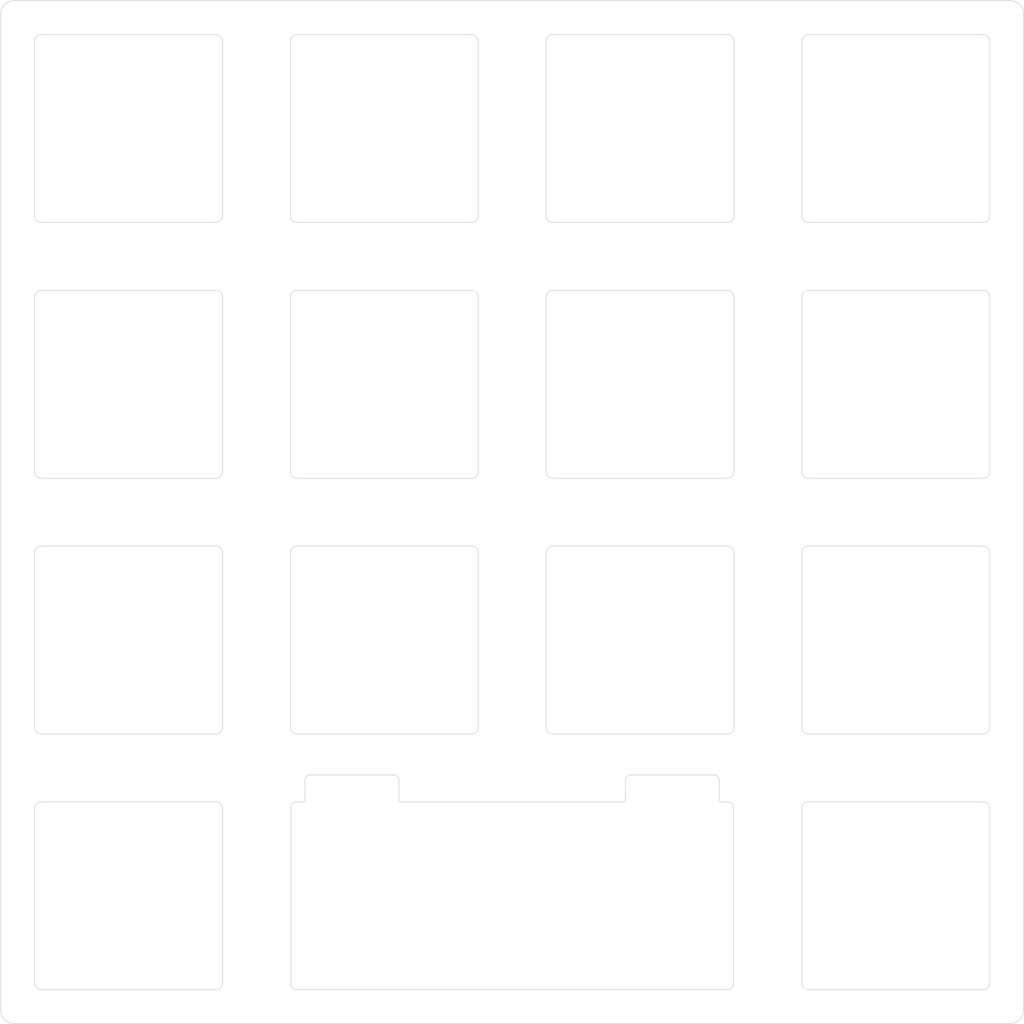
<source format=kicad_pcb>
(kicad_pcb (version 20241229) (generator "pcbnew") (generator_version "9.0")
  (title_block (title "LK16C Plate (Regular)") (date "2025-05-24") (rev "v1.01") (company "LambdaKB.dev") (comment 1 "https://lambdakb.dev/"))
  (layers (0 "F.Cu" signal) (2 "B.Cu" signal) (13 "F.Paste" user) (15 "B.Paste" user) (5 "F.SilkS" user "F.Silkscreen") (7 "B.SilkS" user "B.Silkscreen") (1 "F.Mask" user) (3 "B.Mask" user) (25 "Edge.Cuts" user))
  (net 0 "")
  (footprint "LKBD_PlateMX:Plate_MX_1U" (layer "F.Cu") (at 53.975 53.975 180)
    (property "Reference" "CUT6" (hide yes))
    (property "Value" "Plate_MX_1U")
    (fp_line (start 7 -6.5) (end 7 6.5) (stroke (width 0.05)) (layer "Edge.Cuts"))
    (fp_line (start 6.5 7) (end -6.5 7) (stroke (width 0.05)) (layer "Edge.Cuts"))
    (fp_line (start -6.5 -7) (end 6.5 -7) (stroke (width 0.05)) (layer "Edge.Cuts"))
    (fp_line (start -7 6.5) (end -7 -6.5) (stroke (width 0.05)) (layer "Edge.Cuts"))
    (fp_arc (start 7 6.5) (mid 6.853553 6.853553) (end 6.5 7) (stroke (width 0.05)) (layer "Edge.Cuts"))
    (fp_arc (start 6.5 -7) (mid 6.853553 -6.853553) (end 7 -6.5) (stroke (width 0.05)) (layer "Edge.Cuts"))
    (fp_arc (start -6.5 7) (mid -6.853553 6.853553) (end -7 6.5) (stroke (width 0.05)) (layer "Edge.Cuts"))
    (fp_arc (start -7 -6.5) (mid -6.853553 -6.853553) (end -6.5 -7) (stroke (width 0.05)) (layer "Edge.Cuts"))
  )
  (footprint "LKBD_PlateMX:Plate_MX_1U" (layer "F.Cu") (at 34.925 34.925 180)
    (property "Reference" "CUT1" (hide yes))
    (property "Value" "Plate_MX_1U")
    (fp_line (start 7 -6.5) (end 7 6.5) (stroke (width 0.05)) (layer "Edge.Cuts"))
    (fp_line (start 6.5 7) (end -6.5 7) (stroke (width 0.05)) (layer "Edge.Cuts"))
    (fp_line (start -6.5 -7) (end 6.5 -7) (stroke (width 0.05)) (layer "Edge.Cuts"))
    (fp_line (start -7 6.5) (end -7 -6.5) (stroke (width 0.05)) (layer "Edge.Cuts"))
    (fp_arc (start 7 6.5) (mid 6.853553 6.853553) (end 6.5 7) (stroke (width 0.05)) (layer "Edge.Cuts"))
    (fp_arc (start 6.5 -7) (mid 6.853553 -6.853553) (end 7 -6.5) (stroke (width 0.05)) (layer "Edge.Cuts"))
    (fp_arc (start -6.5 7) (mid -6.853553 6.853553) (end -7 6.5) (stroke (width 0.05)) (layer "Edge.Cuts"))
    (fp_arc (start -7 -6.5) (mid -6.853553 -6.853553) (end -6.5 -7) (stroke (width 0.05)) (layer "Edge.Cuts"))
  )
  (footprint "LKBD_PlateMX:Plate_MX_1U" (layer "F.Cu") (at 92.075 53.975 180)
    (property "Reference" "CUT8" (hide yes))
    (property "Value" "Plate_MX_1U")
    (fp_line (start 7 -6.5) (end 7 6.5) (stroke (width 0.05)) (layer "Edge.Cuts"))
    (fp_line (start 6.5 7) (end -6.5 7) (stroke (width 0.05)) (layer "Edge.Cuts"))
    (fp_line (start -6.5 -7) (end 6.5 -7) (stroke (width 0.05)) (layer "Edge.Cuts"))
    (fp_line (start -7 6.5) (end -7 -6.5) (stroke (width 0.05)) (layer "Edge.Cuts"))
    (fp_arc (start 7 6.5) (mid 6.853553 6.853553) (end 6.5 7) (stroke (width 0.05)) (layer "Edge.Cuts"))
    (fp_arc (start 6.5 -7) (mid 6.853553 -6.853553) (end 7 -6.5) (stroke (width 0.05)) (layer "Edge.Cuts"))
    (fp_arc (start -6.5 7) (mid -6.853553 6.853553) (end -7 6.5) (stroke (width 0.05)) (layer "Edge.Cuts"))
    (fp_arc (start -7 -6.5) (mid -6.853553 -6.853553) (end -6.5 -7) (stroke (width 0.05)) (layer "Edge.Cuts"))
  )
  (footprint "" (layer "F.Cu") (at 39.6875 44.45)
    (property "Reference" "H1" (hide yes))
    (property "Value" "")
    (pad "" np_thru_hole circle (at 0 0) (size 4 4) (drill 4) (layers "*.Cu" "*.Mask"))
  )
  (footprint "" (layer "F.Cu") (at 63.5 82.55)
    (property "Reference" "H1" (hide yes))
    (property "Value" "")
    (pad "" np_thru_hole circle (at 0 0) (size 4 4) (drill 4) (layers "*.Cu" "*.Mask"))
  )
  (footprint "LKBD_PlateMX:Plate_MX_1U" (layer "F.Cu") (at 92.075 34.925 180)
    (property "Reference" "CUT4" (hide yes))
    (property "Value" "Plate_MX_1U")
    (fp_line (start 7 -6.5) (end 7 6.5) (stroke (width 0.05)) (layer "Edge.Cuts"))
    (fp_line (start 6.5 7) (end -6.5 7) (stroke (width 0.05)) (layer "Edge.Cuts"))
    (fp_line (start -6.5 -7) (end 6.5 -7) (stroke (width 0.05)) (layer "Edge.Cuts"))
    (fp_line (start -7 6.5) (end -7 -6.5) (stroke (width 0.05)) (layer "Edge.Cuts"))
    (fp_arc (start 7 6.5) (mid 6.853553 6.853553) (end 6.5 7) (stroke (width 0.05)) (layer "Edge.Cuts"))
    (fp_arc (start 6.5 -7) (mid 6.853553 -6.853553) (end 7 -6.5) (stroke (width 0.05)) (layer "Edge.Cuts"))
    (fp_arc (start -6.5 7) (mid -6.853553 6.853553) (end -7 6.5) (stroke (width 0.05)) (layer "Edge.Cuts"))
    (fp_arc (start -7 -6.5) (mid -6.853553 -6.853553) (end -6.5 -7) (stroke (width 0.05)) (layer "Edge.Cuts"))
  )
  (footprint "LKBD_PlateMX:Plate_MX_1U" (layer "F.Cu") (at 73.025 53.975 180)
    (property "Reference" "CUT7" (hide yes))
    (property "Value" "Plate_MX_1U")
    (fp_line (start 7 -6.5) (end 7 6.5) (stroke (width 0.05)) (layer "Edge.Cuts"))
    (fp_line (start 6.5 7) (end -6.5 7) (stroke (width 0.05)) (layer "Edge.Cuts"))
    (fp_line (start -6.5 -7) (end 6.5 -7) (stroke (width 0.05)) (layer "Edge.Cuts"))
    (fp_line (start -7 6.5) (end -7 -6.5) (stroke (width 0.05)) (layer "Edge.Cuts"))
    (fp_arc (start 7 6.5) (mid 6.853553 6.853553) (end 6.5 7) (stroke (width 0.05)) (layer "Edge.Cuts"))
    (fp_arc (start 6.5 -7) (mid 6.853553 -6.853553) (end 7 -6.5) (stroke (width 0.05)) (layer "Edge.Cuts"))
    (fp_arc (start -6.5 7) (mid -6.853553 6.853553) (end -7 6.5) (stroke (width 0.05)) (layer "Edge.Cuts"))
    (fp_arc (start -7 -6.5) (mid -6.853553 -6.853553) (end -6.5 -7) (stroke (width 0.05)) (layer "Edge.Cuts"))
  )
  (footprint "LKBD_PlateMX:Plate_MX_1U" (layer "F.Cu") (at 53.975 73.025 180)
    (property "Reference" "CUT10" (hide yes))
    (property "Value" "Plate_MX_1U")
    (fp_line (start 7 -6.5) (end 7 6.5) (stroke (width 0.05)) (layer "Edge.Cuts"))
    (fp_line (start 6.5 7) (end -6.5 7) (stroke (width 0.05)) (layer "Edge.Cuts"))
    (fp_line (start -6.5 -7) (end 6.5 -7) (stroke (width 0.05)) (layer "Edge.Cuts"))
    (fp_line (start -7 6.5) (end -7 -6.5) (stroke (width 0.05)) (layer "Edge.Cuts"))
    (fp_arc (start 7 6.5) (mid 6.853553 6.853553) (end 6.5 7) (stroke (width 0.05)) (layer "Edge.Cuts"))
    (fp_arc (start 6.5 -7) (mid 6.853553 -6.853553) (end 7 -6.5) (stroke (width 0.05)) (layer "Edge.Cuts"))
    (fp_arc (start -6.5 7) (mid -6.853553 6.853553) (end -7 6.5) (stroke (width 0.05)) (layer "Edge.Cuts"))
    (fp_arc (start -7 -6.5) (mid -6.853553 -6.853553) (end -6.5 -7) (stroke (width 0.05)) (layer "Edge.Cuts"))
  )
  (footprint "LKBD_PlateMX:Plate_MX_1U" (layer "F.Cu") (at 34.925 92.075 180)
    (property "Reference" "CUT13" (hide yes))
    (property "Value" "Plate_MX_1U")
    (fp_line (start 7 -6.5) (end 7 6.5) (stroke (width 0.05)) (layer "Edge.Cuts"))
    (fp_line (start 6.5 7) (end -6.5 7) (stroke (width 0.05)) (layer "Edge.Cuts"))
    (fp_line (start -6.5 -7) (end 6.5 -7) (stroke (width 0.05)) (layer "Edge.Cuts"))
    (fp_line (start -7 6.5) (end -7 -6.5) (stroke (width 0.05)) (layer "Edge.Cuts"))
    (fp_arc (start 7 6.5) (mid 6.853553 6.853553) (end 6.5 7) (stroke (width 0.05)) (layer "Edge.Cuts"))
    (fp_arc (start 6.5 -7) (mid 6.853553 -6.853553) (end 7 -6.5) (stroke (width 0.05)) (layer "Edge.Cuts"))
    (fp_arc (start -6.5 7) (mid -6.853553 6.853553) (end -7 6.5) (stroke (width 0.05)) (layer "Edge.Cuts"))
    (fp_arc (start -7 -6.5) (mid -6.853553 -6.853553) (end -6.5 -7) (stroke (width 0.05)) (layer "Edge.Cuts"))
  )
  (footprint "LKBD_PlateMX:Plate_MX_1U" (layer "F.Cu") (at 53.975 34.925 180)
    (property "Reference" "CUT2" (hide yes))
    (property "Value" "Plate_MX_1U")
    (fp_line (start 7 -6.5) (end 7 6.5) (stroke (width 0.05)) (layer "Edge.Cuts"))
    (fp_line (start 6.5 7) (end -6.5 7) (stroke (width 0.05)) (layer "Edge.Cuts"))
    (fp_line (start -6.5 -7) (end 6.5 -7) (stroke (width 0.05)) (layer "Edge.Cuts"))
    (fp_line (start -7 6.5) (end -7 -6.5) (stroke (width 0.05)) (layer "Edge.Cuts"))
    (fp_arc (start 7 6.5) (mid 6.853553 6.853553) (end 6.5 7) (stroke (width 0.05)) (layer "Edge.Cuts"))
    (fp_arc (start 6.5 -7) (mid 6.853553 -6.853553) (end 7 -6.5) (stroke (width 0.05)) (layer "Edge.Cuts"))
    (fp_arc (start -6.5 7) (mid -6.853553 6.853553) (end -7 6.5) (stroke (width 0.05)) (layer "Edge.Cuts"))
    (fp_arc (start -7 -6.5) (mid -6.853553 -6.853553) (end -6.5 -7) (stroke (width 0.05)) (layer "Edge.Cuts"))
  )
  (footprint "LKBD_PlateMX:Plate_MX_1U" (layer "F.Cu") (at 92.075 73.025 180)
    (property "Reference" "CUT12" (hide yes))
    (property "Value" "Plate_MX_1U")
    (fp_line (start 7 -6.5) (end 7 6.5) (stroke (width 0.05)) (layer "Edge.Cuts"))
    (fp_line (start 6.5 7) (end -6.5 7) (stroke (width 0.05)) (layer "Edge.Cuts"))
    (fp_line (start -6.5 -7) (end 6.5 -7) (stroke (width 0.05)) (layer "Edge.Cuts"))
    (fp_line (start -7 6.5) (end -7 -6.5) (stroke (width 0.05)) (layer "Edge.Cuts"))
    (fp_arc (start 7 6.5) (mid 6.853553 6.853553) (end 6.5 7) (stroke (width 0.05)) (layer "Edge.Cuts"))
    (fp_arc (start 6.5 -7) (mid 6.853553 -6.853553) (end 7 -6.5) (stroke (width 0.05)) (layer "Edge.Cuts"))
    (fp_arc (start -6.5 7) (mid -6.853553 6.853553) (end -7 6.5) (stroke (width 0.05)) (layer "Edge.Cuts"))
    (fp_arc (start -7 -6.5) (mid -6.853553 -6.853553) (end -6.5 -7) (stroke (width 0.05)) (layer "Edge.Cuts"))
  )
  (footprint "LKBD_PlateMX:Plate_MX_1U" (layer "F.Cu") (at 34.925 53.975 180)
    (property "Reference" "CUT5" (hide yes))
    (property "Value" "Plate_MX_1U")
    (fp_line (start 7 -6.5) (end 7 6.5) (stroke (width 0.05)) (layer "Edge.Cuts"))
    (fp_line (start 6.5 7) (end -6.5 7) (stroke (width 0.05)) (layer "Edge.Cuts"))
    (fp_line (start -6.5 -7) (end 6.5 -7) (stroke (width 0.05)) (layer "Edge.Cuts"))
    (fp_line (start -7 6.5) (end -7 -6.5) (stroke (width 0.05)) (layer "Edge.Cuts"))
    (fp_arc (start 7 6.5) (mid 6.853553 6.853553) (end 6.5 7) (stroke (width 0.05)) (layer "Edge.Cuts"))
    (fp_arc (start 6.5 -7) (mid 6.853553 -6.853553) (end 7 -6.5) (stroke (width 0.05)) (layer "Edge.Cuts"))
    (fp_arc (start -6.5 7) (mid -6.853553 6.853553) (end -7 6.5) (stroke (width 0.05)) (layer "Edge.Cuts"))
    (fp_arc (start -7 -6.5) (mid -6.853553 -6.853553) (end -6.5 -7) (stroke (width 0.05)) (layer "Edge.Cuts"))
  )
  (footprint "LKBD_PlateMX:Plate_MX_1U" (layer "F.Cu") (at 34.925 73.025 180)
    (property "Reference" "CUT9" (hide yes))
    (property "Value" "Plate_MX_1U")
    (fp_line (start 7 -6.5) (end 7 6.5) (stroke (width 0.05)) (layer "Edge.Cuts"))
    (fp_line (start 6.5 7) (end -6.5 7) (stroke (width 0.05)) (layer "Edge.Cuts"))
    (fp_line (start -6.5 -7) (end 6.5 -7) (stroke (width 0.05)) (layer "Edge.Cuts"))
    (fp_line (start -7 6.5) (end -7 -6.5) (stroke (width 0.05)) (layer "Edge.Cuts"))
    (fp_arc (start 7 6.5) (mid 6.853553 6.853553) (end 6.5 7) (stroke (width 0.05)) (layer "Edge.Cuts"))
    (fp_arc (start 6.5 -7) (mid 6.853553 -6.853553) (end 7 -6.5) (stroke (width 0.05)) (layer "Edge.Cuts"))
    (fp_arc (start -6.5 7) (mid -6.853553 6.853553) (end -7 6.5) (stroke (width 0.05)) (layer "Edge.Cuts"))
    (fp_arc (start -7 -6.5) (mid -6.853553 -6.853553) (end -6.5 -7) (stroke (width 0.05)) (layer "Edge.Cuts"))
  )
  (footprint "" (layer "F.Cu") (at 39.6875 82.55)
    (property "Reference" "H1" (hide yes))
    (property "Value" "")
    (pad "" np_thru_hole circle (at 0 0) (size 4 4) (drill 4) (layers "*.Cu" "*.Mask"))
  )
  (footprint "LKBD_PlateMX:Plate_MX_1U" (layer "F.Cu") (at 73.025 73.025 180)
    (property "Reference" "CUT11" (hide yes))
    (property "Value" "Plate_MX_1U")
    (fp_line (start 7 -6.5) (end 7 6.5) (stroke (width 0.05)) (layer "Edge.Cuts"))
    (fp_line (start 6.5 7) (end -6.5 7) (stroke (width 0.05)) (layer "Edge.Cuts"))
    (fp_line (start -6.5 -7) (end 6.5 -7) (stroke (width 0.05)) (layer "Edge.Cuts"))
    (fp_line (start -7 6.5) (end -7 -6.5) (stroke (width 0.05)) (layer "Edge.Cuts"))
    (fp_arc (start 7 6.5) (mid 6.853553 6.853553) (end 6.5 7) (stroke (width 0.05)) (layer "Edge.Cuts"))
    (fp_arc (start 6.5 -7) (mid 6.853553 -6.853553) (end 7 -6.5) (stroke (width 0.05)) (layer "Edge.Cuts"))
    (fp_arc (start -6.5 7) (mid -6.853553 6.853553) (end -7 6.5) (stroke (width 0.05)) (layer "Edge.Cuts"))
    (fp_arc (start -7 -6.5) (mid -6.853553 -6.853553) (end -6.5 -7) (stroke (width 0.05)) (layer "Edge.Cuts"))
  )
  (footprint "LKBD_PlateMX:Plate_MX_2U_2x1U" (layer "F.Cu") (at 63.5 92.075 180)
    (property "Reference" "CUT16" (hide yes))
    (property "Value" "Plate_MX_2U_2x1U")
    (fp_line (start 16.485 -6.585) (end 16.485 6.585) (stroke (width 0.05)) (layer "Edge.Cuts"))
    (fp_line (start 15.638 6.985) (end 16.085 6.985) (stroke (width 0.05)) (layer "Edge.Cuts"))
    (fp_line (start 15.438 7.185) (end 15.438 8.6) (stroke (width 0.05)) (layer "Edge.Cuts"))
    (fp_line (start 15.038 9) (end 8.838 9) (stroke (width 0.05)) (layer "Edge.Cuts"))
    (fp_line (start 8.438 7.185) (end 8.438 8.6) (stroke (width 0.05)) (layer "Edge.Cuts"))
    (fp_line (start 8.238 6.985) (end -8.238 6.985) (stroke (width 0.05)) (layer "Edge.Cuts"))
    (fp_line (start -8.438 7.185) (end -8.438 8.6) (stroke (width 0.05)) (layer "Edge.Cuts"))
    (fp_line (start -15.038 9) (end -8.838 9) (stroke (width 0.05)) (layer "Edge.Cuts"))
    (fp_line (start -15.438 7.185) (end -15.438 8.6) (stroke (width 0.05)) (layer "Edge.Cuts"))
    (fp_line (start -15.638 6.985) (end -16.085 6.985) (stroke (width 0.05)) (layer "Edge.Cuts"))
    (fp_line (start -16.085 -6.985) (end 16.085 -6.985) (stroke (width 0.05)) (layer "Edge.Cuts"))
    (fp_line (start -16.485 6.585) (end -16.485 -6.585) (stroke (width 0.05)) (layer "Edge.Cuts"))
    (fp_arc (start 16.485 6.585) (mid 16.367843 6.867843) (end 16.085 6.985) (stroke (width 0.05)) (layer "Edge.Cuts"))
    (fp_arc (start 16.085 -6.985) (mid 16.367843 -6.867843) (end 16.485 -6.585) (stroke (width 0.05)) (layer "Edge.Cuts"))
    (fp_arc (start 15.438 8.6) (mid 15.320843 8.882843) (end 15.038 9) (stroke (width 0.05)) (layer "Edge.Cuts"))
    (fp_arc (start 15.438 7.185) (mid 15.496579 7.043579) (end 15.638 6.985) (stroke (width 0.05)) (layer "Edge.Cuts"))
    (fp_arc (start 8.838 9) (mid 8.555157 8.882843) (end 8.438 8.6) (stroke (width 0.05)) (layer "Edge.Cuts"))
    (fp_arc (start 8.238 6.985) (mid 8.379421 7.043579) (end 8.438 7.185) (stroke (width 0.05)) (layer "Edge.Cuts"))
    (fp_arc (start -8.438 8.6) (mid -8.555157 8.882843) (end -8.838 9) (stroke (width 0.05)) (layer "Edge.Cuts"))
    (fp_arc (start -8.438 7.185) (mid -8.379421 7.043579) (end -8.238 6.985) (stroke (width 0.05)) (layer "Edge.Cuts"))
    (fp_arc (start -15.038 9) (mid -15.320843 8.882843) (end -15.438 8.6) (stroke (width 0.05)) (layer "Edge.Cuts"))
    (fp_arc (start -15.638 6.985) (mid -15.49658 7.04358) (end -15.438 7.185) (stroke (width 0.05)) (layer "Edge.Cuts"))
    (fp_arc (start -16.085 6.985) (mid -16.367843 6.867843) (end -16.485 6.585) (stroke (width 0.05)) (layer "Edge.Cuts"))
    (fp_arc (start -16.485 -6.585) (mid -16.367843 -6.867843) (end -16.085 -6.985) (stroke (width 0.05)) (layer "Edge.Cuts"))
  )
  (footprint "LKBD_PlateMX:Plate_MX_1U" (layer "F.Cu") (at 73.025 34.925 180)
    (property "Reference" "CUT3" (hide yes))
    (property "Value" "Plate_MX_1U")
    (fp_line (start 7 -6.5) (end 7 6.5) (stroke (width 0.05)) (layer "Edge.Cuts"))
    (fp_line (start 6.5 7) (end -6.5 7) (stroke (width 0.05)) (layer "Edge.Cuts"))
    (fp_line (start -6.5 -7) (end 6.5 -7) (stroke (width 0.05)) (layer "Edge.Cuts"))
    (fp_line (start -7 6.5) (end -7 -6.5) (stroke (width 0.05)) (layer "Edge.Cuts"))
    (fp_arc (start 7 6.5) (mid 6.853553 6.853553) (end 6.5 7) (stroke (width 0.05)) (layer "Edge.Cuts"))
    (fp_arc (start 6.5 -7) (mid 6.853553 -6.853553) (end 7 -6.5) (stroke (width 0.05)) (layer "Edge.Cuts"))
    (fp_arc (start -6.5 7) (mid -6.853553 6.853553) (end -7 6.5) (stroke (width 0.05)) (layer "Edge.Cuts"))
    (fp_arc (start -7 -6.5) (mid -6.853553 -6.853553) (end -6.5 -7) (stroke (width 0.05)) (layer "Edge.Cuts"))
  )
  (footprint "LKBD_PlateMX:Plate_MX_1U" (layer "F.Cu") (at 92.075 92.075 180)
    (property "Reference" "CUT17" (hide yes))
    (property "Value" "Plate_MX_1U")
    (fp_line (start 7 -6.5) (end 7 6.5) (stroke (width 0.05)) (layer "Edge.Cuts"))
    (fp_line (start 6.5 7) (end -6.5 7) (stroke (width 0.05)) (layer "Edge.Cuts"))
    (fp_line (start -6.5 -7) (end 6.5 -7) (stroke (width 0.05)) (layer "Edge.Cuts"))
    (fp_line (start -7 6.5) (end -7 -6.5) (stroke (width 0.05)) (layer "Edge.Cuts"))
    (fp_arc (start 7 6.5) (mid 6.853553 6.853553) (end 6.5 7) (stroke (width 0.05)) (layer "Edge.Cuts"))
    (fp_arc (start 6.5 -7) (mid 6.853553 -6.853553) (end 7 -6.5) (stroke (width 0.05)) (layer "Edge.Cuts"))
    (fp_arc (start -6.5 7) (mid -6.853553 6.853553) (end -7 6.5) (stroke (width 0.05)) (layer "Edge.Cuts"))
    (fp_arc (start -7 -6.5) (mid -6.853553 -6.853553) (end -6.5 -7) (stroke (width 0.05)) (layer "Edge.Cuts"))
  )
  (footprint "" (layer "F.Cu") (at 87.63 82.55)
    (property "Reference" "H1" (hide yes))
    (property "Value" "")
    (pad "" np_thru_hole circle (at 0 0) (size 4 4) (drill 4) (layers "*.Cu" "*.Mask"))
  )
  (footprint "" (layer "F.Cu") (at 87.3125 44.45)
    (property "Reference" "H1" (hide yes))
    (property "Value" "")
    (pad "" np_thru_hole circle (at 0 0) (size 4 4) (drill 4) (layers "*.Cu" "*.Mask"))
  )
  (gr_arc (start 101.6 100.6) (mid 101.307107 101.307107) (end 100.6 101.6) (stroke (width 0.05)) (layer "Edge.Cuts"))
  (gr_line (start 25.4 100.6) (end 25.4 26.4) (stroke (width 0.05)) (layer "Edge.Cuts"))
  (gr_line (start 101.6 100.6) (end 101.6 26.4) (stroke (width 0.05)) (layer "Edge.Cuts"))
  (gr_line (start 26.4 25.4) (end 100.6 25.4) (stroke (width 0.05)) (layer "Edge.Cuts"))
  (gr_arc (start 26.4 101.6) (mid 25.692893 101.307107) (end 25.4 100.6) (stroke (width 0.05)) (layer "Edge.Cuts"))
  (gr_arc (start 25.4 26.4) (mid 25.692893 25.692893) (end 26.4 25.4) (stroke (width 0.05)) (layer "Edge.Cuts"))
  (gr_line (start 100.6 101.6) (end 26.4 101.6) (stroke (width 0.05)) (layer "Edge.Cuts"))
  (gr_arc (start 100.6 25.4) (mid 101.307107 25.692893) (end 101.6 26.4) (stroke (width 0.05)) (layer "Edge.Cuts"))
)
</source>
